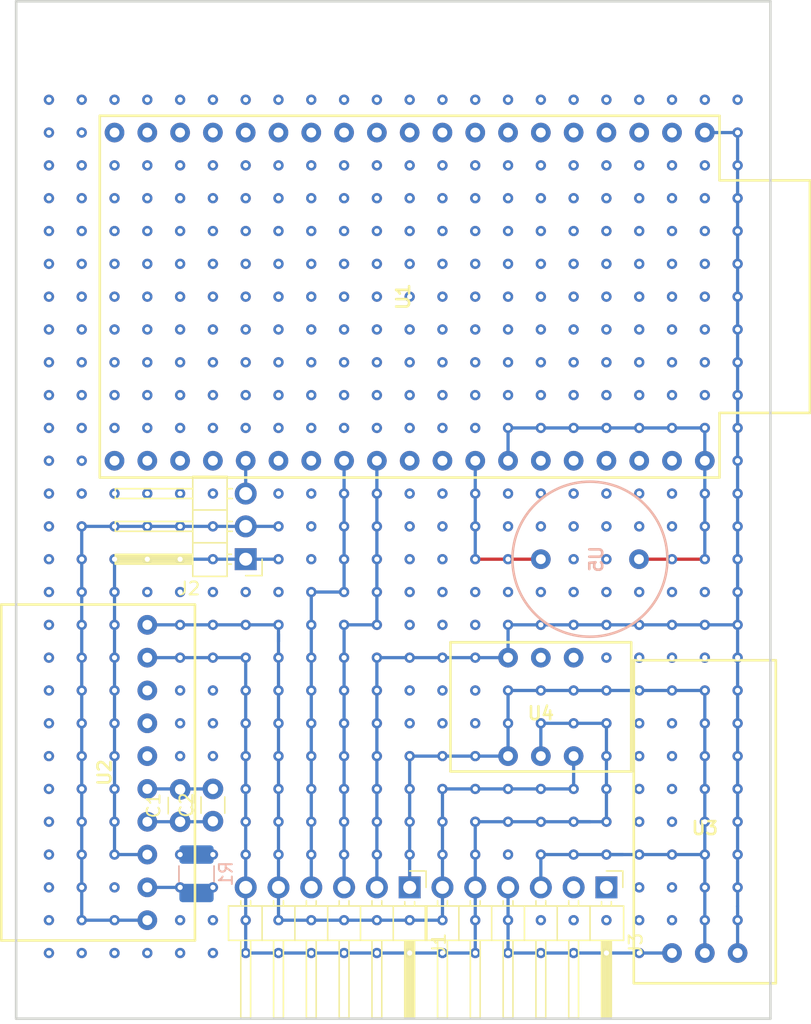
<source format=kicad_pcb>
(kicad_pcb (version 20211014) (generator pcbnew)
  (layers (0 "F.Cu" signal) (31 "B.Cu" signal) (34 "B.Paste" user) (35 "F.Paste" user) (36 "B.SilkS" user "B.Silkscreen") (37 "F.SilkS" user "F.Silkscreen") (38 "B.Mask" user) (39 "F.Mask" user) (44 "Edge.Cuts" user))
  (net 0 "")
  (net 1 "Net-(U1-Pad2)")
  (net 2 "Net-(U1-Pad3)")
  (net 3 "Net-(U1-Pad4)")
  (net 4 "Net-(U1-Pad5)")
  (net 5 "Net-(U1-Pad6)")
  (net 6 "Net-(U1-Pad7)")
  (net 7 "Net-(U1-Pad8)")
  (net 8 "Net-(U1-Pad9)")
  (net 9 "Net-(U1-Pad10)")
  (net 10 "Net-(U1-Pad11)")
  (net 11 "Net-(U1-Pad12)")
  (net 12 "Net-(U1-Pad13)")
  (net 13 "Net-(U1-Pad14)")
  (net 14 "Net-(U1-Pad15)")
  (net 15 "Net-(U1-Pad16)")
  (net 16 "Net-(U1-Pad17)")
  (net 17 "Net-(U1-Pad18)")
  (net 18 "Net-(U1-Pad19)")
  (net 19 "Net-(U1-Pad20)")
  (net 20 "Net-(U1-Pad21)")
  (net 21 "Net-(U1-Pad22)")
  (net 22 "Net-(U1-Pad25)")
  (net 23 "Net-(U1-Pad26)")
  (net 24 "Net-(U1-Pad29)")
  (net 25 "Net-(U1-Pad30)")
  (net 26 "Net-(U1-Pad33)")
  (net 27 "Net-(U1-Pad34)")
  (net 28 "Net-(U1-Pad35)")
  (net 29 "Net-(U1-Pad36)")
  (net 30 "Net-(U1-Pad37)")
  (net 31 "Net-(U2-Pad6)")
  (net 32 "Net-(U2-Pad7)")
  (net 33 "Net-(U2-Pad8)")
  (net 34 "Net-(U4-Pad4)")
  (net 35 "Net-(U4-Pad5)")
  (net 36 "OUT1")
  (net 37 "OUT2")
  (net 38 "GND")
  (net 39 "+3V3")
  (net 40 "SDA")
  (net 41 "SCL")
  (net 42 "ESP32_GPIO")
  (net 43 "TO_ESP32_RXD")
  (net 44 "FROM_ESP32_TXD")
  (net 45 "+4V")
  (net 46 "Buzzer")
  (net 47 "Net-(J3-Pad1)")
  (net 48 "Net-(U1-Pad23)")
  (net 49 "Net-(R1-Pad1)")
  (footprint "RSP-01:DRV8830" (layer "F.Cu") (at 107.95 105.41 90)
    (fp_text reference "U2")
    (fp_text value "DRV8830")
  )
  (footprint "RSP-01:LXDC55" (layer "F.Cu") (at 154.94 109.22)
    (fp_text reference "U3")
    (fp_text value "LXDC55")
  )
  (footprint "Capacitor_THT:C_Disc_D3.0mm_W1.6mm_P2.50mm" (layer "F.Cu") (at 114.3 109.22 90)
    (fp_text reference "C1")
    (fp_text value "0.1uF")
  )
  (footprint "Connector_PinHeader_2.54mm:PinHeader_1x06_P2.54mm_Horizontal" (layer "F.Cu") (at 132.08 114.3 -90)
    (fp_text reference "J1")
    (fp_text value "Conn_01x06")
  )
  (footprint "Connector_PinHeader_2.54mm:PinHeader_1x06_P2.54mm_Horizontal" (layer "F.Cu") (at 147.32 114.3 -90)
    (fp_text reference "J3")
    (fp_text value "Conn_01x06")
  )
  (footprint "RSP-01:BMX055" (layer "F.Cu") (at 142.24 100.33)
    (fp_text reference "U4")
    (fp_text value "BMX055")
  )
  (footprint "Connector_PinHeader_2.54mm:PinHeader_1x03_P2.54mm_Horizontal" (layer "F.Cu") (at 119.38 88.9 180)
    (fp_text reference "J2")
    (fp_text value "Conn_01x03")
  )
  (footprint "RSP-01:ESP32" (layer "F.Cu") (at 132.08 68.58 -90)
    (fp_text reference "U1")
    (fp_text value "ESP32")
  )
  (footprint "Capacitor_THT:C_Disc_D3.0mm_W1.6mm_P2.50mm" (layer "F.Cu") (at 116.84 109.18 90)
    (fp_text reference "C2")
    (fp_text value "10uF")
  )
  (footprint "RSP-01:Buzzer" (layer "B.Cu") (at 146.04 88.9 -90)
    (fp_text reference "U5")
    (fp_text value "Buzzer")
  )
  (footprint "Resistor_SMD:R_1210_3225Metric_Pad1.42x2.65mm_HandSolder" (layer "B.Cu") (at 115.57 113.2475 90)
    (fp_text reference "R1")
    (fp_text value "0.24")
  )
  (gr_line (start 101.6 124.46) (end 160.02 124.46) (layer "Edge.Cuts") (width 0.2))
  (gr_line (start 160.02 45.72) (end 101.6 45.72) (layer "Edge.Cuts") (width 0.2))
  (gr_line (start 101.6 45.72) (end 101.6 124.46) (layer "Edge.Cuts") (width 0.2))
  (gr_line (start 160.02 124.46) (end 160.02 45.72) (layer "Edge.Cuts") (width 0.2))
  (via (at 121.92 53.34) (size 0.8) (drill 0.4) (layers "F.Cu" "B.Cu") (net 0))
  (via (at 127 53.34) (size 0.8) (drill 0.4) (layers "F.Cu" "B.Cu") (net 0))
  (via (at 119.38 53.34) (size 0.8) (drill 0.4) (layers "F.Cu" "B.Cu") (net 0))
  (via (at 124.46 53.34) (size 0.8) (drill 0.4) (layers "F.Cu" "B.Cu") (net 0))
  (via (at 116.84 53.34) (size 0.8) (drill 0.4) (layers "F.Cu" "B.Cu") (net 0))
  (via (at 147.32 53.34) (size 0.8) (drill 0.4) (layers "F.Cu" "B.Cu") (net 0))
  (via (at 134.62 53.34) (size 0.8) (drill 0.4) (layers "F.Cu" "B.Cu") (net 0))
  (via (at 139.7 53.34) (size 0.8) (drill 0.4) (layers "F.Cu" "B.Cu") (net 0))
  (via (at 149.86 53.34) (size 0.8) (drill 0.4) (layers "F.Cu" "B.Cu") (net 0))
  (via (at 142.24 53.34) (size 0.8) (drill 0.4) (layers "F.Cu" "B.Cu") (net 0))
  (via (at 132.08 53.34) (size 0.8) (drill 0.4) (layers "F.Cu" "B.Cu") (net 0))
  (via (at 144.78 53.34) (size 0.8) (drill 0.4) (layers "F.Cu" "B.Cu") (net 0))
  (via (at 152.4 53.34) (size 0.8) (drill 0.4) (layers "F.Cu" "B.Cu") (net 0))
  (via (at 137.16 53.34) (size 0.8) (drill 0.4) (layers "F.Cu" "B.Cu") (net 0))
  (via (at 129.54 53.34) (size 0.8) (drill 0.4) (layers "F.Cu" "B.Cu") (net 0))
  (via (at 154.94 53.34) (size 0.8) (drill 0.4) (layers "F.Cu" "B.Cu") (net 0))
  (via (at 157.48 53.34) (size 0.8) (drill 0.4) (layers "F.Cu" "B.Cu") (net 0))
  (via (at 106.68 55.88) (size 0.8) (drill 0.4) (layers "F.Cu" "B.Cu") (net 0))
  (via (at 104.14 55.88) (size 0.8) (drill 0.4) (layers "F.Cu" "B.Cu") (net 0))
  (via (at 139.7 58.42) (size 0.8) (drill 0.4) (layers "F.Cu" "B.Cu") (net 0))
  (via (at 152.4 58.42) (size 0.8) (drill 0.4) (layers "F.Cu" "B.Cu") (net 0))
  (via (at 149.86 58.42) (size 0.8) (drill 0.4) (layers "F.Cu" "B.Cu") (net 0))
  (via (at 154.94 58.42) (size 0.8) (drill 0.4) (layers "F.Cu" "B.Cu") (net 0))
  (via (at 132.08 58.42) (size 0.8) (drill 0.4) (layers "F.Cu" "B.Cu") (net 0))
  (via (at 142.24 58.42) (size 0.8) (drill 0.4) (layers "F.Cu" "B.Cu") (net 0))
  (via (at 109.22 58.42) (size 0.8) (drill 0.4) (layers "F.Cu" "B.Cu") (net 0))
  (via (at 134.62 58.42) (size 0.8) (drill 0.4) (layers "F.Cu" "B.Cu") (net 0))
  (via (at 127 58.42) (size 0.8) (drill 0.4) (layers "F.Cu" "B.Cu") (net 0))
  (via (at 137.16 58.42) (size 0.8) (drill 0.4) (layers "F.Cu" "B.Cu") (net 0))
  (via (at 104.14 58.42) (size 0.8) (drill 0.4) (layers "F.Cu" "B.Cu") (net 0))
  (via (at 119.38 58.42) (size 0.8) (drill 0.4) (layers "F.Cu" "B.Cu") (net 0))
  (via (at 124.46 58.42) (size 0.8) (drill 0.4) (layers "F.Cu" "B.Cu") (net 0))
  (via (at 114.3 58.42) (size 0.8) (drill 0.4) (layers "F.Cu" "B.Cu") (net 0))
  (via (at 144.78 58.42) (size 0.8) (drill 0.4) (layers "F.Cu" "B.Cu") (net 0))
  (via (at 129.54 58.42) (size 0.8) (drill 0.4) (layers "F.Cu" "B.Cu") (net 0))
  (via (at 121.92 58.42) (size 0.8) (drill 0.4) (layers "F.Cu" "B.Cu") (net 0))
  (via (at 116.84 58.42) (size 0.8) (drill 0.4) (layers "F.Cu" "B.Cu") (net 0))
  (via (at 106.68 58.42) (size 0.8) (drill 0.4) (layers "F.Cu" "B.Cu") (net 0))
  (via (at 147.32 58.42) (size 0.8) (drill 0.4) (layers "F.Cu" "B.Cu") (net 0))
  (via (at 111.76 58.42) (size 0.8) (drill 0.4) (layers "F.Cu" "B.Cu") (net 0))
  (via (at 121.92 60.96) (size 0.8) (drill 0.4) (layers "F.Cu" "B.Cu") (net 0))
  (via (at 147.32 60.96) (size 0.8) (drill 0.4) (layers "F.Cu" "B.Cu") (net 0))
  (via (at 152.4 60.96) (size 0.8) (drill 0.4) (layers "F.Cu" "B.Cu") (net 0))
  (via (at 104.14 60.96) (size 0.8) (drill 0.4) (layers "F.Cu" "B.Cu") (net 0))
  (via (at 114.3 60.96) (size 0.8) (drill 0.4) (layers "F.Cu" "B.Cu") (net 0))
  (via (at 124.46 60.96) (size 0.8) (drill 0.4) (layers "F.Cu" "B.Cu") (net 0))
  (via (at 106.68 60.96) (size 0.8) (drill 0.4) (layers "F.Cu" "B.Cu") (net 0))
  (via (at 132.08 60.96) (size 0.8) (drill 0.4) (layers "F.Cu" "B.Cu") (net 0))
  (via (at 109.22 60.96) (size 0.8) (drill 0.4) (layers "F.Cu" "B.Cu") (net 0))
  (via (at 154.94 60.96) (size 0.8) (drill 0.4) (layers "F.Cu" "B.Cu") (net 0))
  (via (at 111.76 60.96) (size 0.8) (drill 0.4) (layers "F.Cu" "B.Cu") (net 0))
  (via (at 149.86 60.96) (size 0.8) (drill 0.4) (layers "F.Cu" "B.Cu") (net 0))
  (via (at 137.16 60.96) (size 0.8) (drill 0.4) (layers "F.Cu" "B.Cu") (net 0))
  (via (at 142.24 60.96) (size 0.8) (drill 0.4) (layers "F.Cu" "B.Cu") (net 0))
  (via (at 127 60.96) (size 0.8) (drill 0.4) (layers "F.Cu" "B.Cu") (net 0))
  (via (at 119.38 60.96) (size 0.8) (drill 0.4) (layers "F.Cu" "B.Cu") (net 0))
  (via (at 139.7 60.96) (size 0.8) (drill 0.4) (layers "F.Cu" "B.Cu") (net 0))
  (via (at 134.62 60.96) (size 0.8) (drill 0.4) (layers "F.Cu" "B.Cu") (net 0))
  (via (at 144.78 60.96) (size 0.8) (drill 0.4) (layers "F.Cu" "B.Cu") (net 0))
  (via (at 129.54 60.96) (size 0.8) (drill 0.4) (layers "F.Cu" "B.Cu") (net 0))
  (via (at 116.84 60.96) (size 0.8) (drill 0.4) (layers "F.Cu" "B.Cu") (net 0))
  (via (at 139.7 63.5) (size 0.8) (drill 0.4) (layers "F.Cu" "B.Cu") (net 0))
  (via (at 129.54 63.5) (size 0.8) (drill 0.4) (layers "F.Cu" "B.Cu") (net 0))
  (via (at 121.92 63.5) (size 0.8) (drill 0.4) (layers "F.Cu" "B.Cu") (net 0))
  (via (at 124.46 63.5) (size 0.8) (drill 0.4) (layers "F.Cu" "B.Cu") (net 0))
  (via (at 154.94 63.5) (size 0.8) (drill 0.4) (layers "F.Cu" "B.Cu") (net 0))
  (via (at 119.38 63.5) (size 0.8) (drill 0.4) (layers "F.Cu" "B.Cu") (net 0))
  (via (at 127 63.5) (size 0.8) (drill 0.4) (layers "F.Cu" "B.Cu") (net 0))
  (via (at 111.76 63.5) (size 0.8) (drill 0.4) (layers "F.Cu" "B.Cu") (net 0))
  (via (at 109.22 63.5) (size 0.8) (drill 0.4) (layers "F.Cu" "B.Cu") (net 0))
  (via (at 147.32 63.5) (size 0.8) (drill 0.4) (layers "F.Cu" "B.Cu") (net 0))
  (via (at 144.78 63.5) (size 0.8) (drill 0.4) (layers "F.Cu" "B.Cu") (net 0))
  (via (at 116.84 63.5) (size 0.8) (drill 0.4) (layers "F.Cu" "B.Cu") (net 0))
  (via (at 104.14 63.5) (size 0.8) (drill 0.4) (layers "F.Cu" "B.Cu") (net 0))
  (via (at 142.24 63.5) (size 0.8) (drill 0.4) (layers "F.Cu" "B.Cu") (net 0))
  (via (at 149.86 63.5) (size 0.8) (drill 0.4) (layers "F.Cu" "B.Cu") (net 0))
  (via (at 132.08 63.5) (size 0.8) (drill 0.4) (layers "F.Cu" "B.Cu") (net 0))
  (via (at 106.68 63.5) (size 0.8) (drill 0.4) (layers "F.Cu" "B.Cu") (net 0))
  (via (at 134.62 63.5) (size 0.8) (drill 0.4) (layers "F.Cu" "B.Cu") (net 0))
  (via (at 152.4 63.5) (size 0.8) (drill 0.4) (layers "F.Cu" "B.Cu") (net 0))
  (via (at 114.3 63.5) (size 0.8) (drill 0.4) (layers "F.Cu" "B.Cu") (net 0))
  (via (at 137.16 63.5) (size 0.8) (drill 0.4) (layers "F.Cu" "B.Cu") (net 0))
  (via (at 144.78 66.04) (size 0.8) (drill 0.4) (layers "F.Cu" "B.Cu") (net 0))
  (via (at 142.24 66.04) (size 0.8) (drill 0.4) (layers "F.Cu" "B.Cu") (net 0))
  (via (at 139.7 66.04) (size 0.8) (drill 0.4) (layers "F.Cu" "B.Cu") (net 0))
  (via (at 121.92 66.04) (size 0.8) (drill 0.4) (layers "F.Cu" "B.Cu") (net 0))
  (via (at 109.22 66.04) (size 0.8) (drill 0.4) (layers "F.Cu" "B.Cu") (net 0))
  (via (at 114.3 66.04) (size 0.8) (drill 0.4) (layers "F.Cu" "B.Cu") (net 0))
  (via (at 124.46 66.04) (size 0.8) (drill 0.4) (layers "F.Cu" "B.Cu") (net 0))
  (via (at 116.84 66.04) (size 0.8) (drill 0.4) (layers "F.Cu" "B.Cu") (net 0))
  (via (at 106.68 66.04) (size 0.8) (drill 0.4) (layers "F.Cu" "B.Cu") (net 0))
  (via (at 119.38 66.04) (size 0.8) (drill 0.4) (layers "F.Cu" "B.Cu") (net 0))
  (via (at 147.32 66.04) (size 0.8) (drill 0.4) (layers "F.Cu" "B.Cu") (net 0))
  (via (at 149.86 66.04) (size 0.8) (drill 0.4) (layers "F.Cu" "B.Cu") (net 0))
  (via (at 132.08 66.04) (size 0.8) (drill 0.4) (layers "F.Cu" "B.Cu") (net 0))
  (via (at 127 66.04) (size 0.8) (drill 0.4) (layers "F.Cu" "B.Cu") (net 0))
  (via (at 152.4 66.04) (size 0.8) (drill 0.4) (layers "F.Cu" "B.Cu") (net 0))
  (via (at 129.54 66.04) (size 0.8) (drill 0.4) (layers "F.Cu" "B.Cu") (net 0))
  (via (at 111.76 66.04) (size 0.8) (drill 0.4) (layers "F.Cu" "B.Cu") (net 0))
  (via (at 134.62 66.04) (size 0.8) (drill 0.4) (layers "F.Cu" "B.Cu") (net 0))
  (via (at 137.16 66.04) (size 0.8) (drill 0.4) (layers "F.Cu" "B.Cu") (net 0))
  (via (at 104.14 66.04) (size 0.8) (drill 0.4) (layers "F.Cu" "B.Cu") (net 0))
  (via (at 121.92 71.12) (size 0.8) (drill 0.4) (layers "F.Cu" "B.Cu") (net 0))
  (via (at 147.32 71.12) (size 0.8) (drill 0.4) (layers "F.Cu" "B.Cu") (net 0))
  (via (at 152.4 71.12) (size 0.8) (drill 0.4) (layers "F.Cu" "B.Cu") (net 0))
  (via (at 104.14 71.12) (size 0.8) (drill 0.4) (layers "F.Cu" "B.Cu") (net 0))
  (via (at 114.3 71.12) (size 0.8) (drill 0.4) (layers "F.Cu" "B.Cu") (net 0))
  (via (at 124.46 71.12) (size 0.8) (drill 0.4) (layers "F.Cu" "B.Cu") (net 0))
  (via (at 106.68 71.12) (size 0.8) (drill 0.4) (layers "F.Cu" "B.Cu") (net 0))
  (via (at 132.08 71.12) (size 0.8) (drill 0.4) (layers "F.Cu" "B.Cu") (net 0))
  (via (at 109.22 71.12) (size 0.8) (drill 0.4) (layers "F.Cu" "B.Cu") (net 0))
  (via (at 154.94 71.12) (size 0.8) (drill 0.4) (layers "F.Cu" "B.Cu") (net 0))
  (via (at 111.76 71.12) (size 0.8) (drill 0.4) (layers "F.Cu" "B.Cu") (net 0))
  (via (at 149.86 71.12) (size 0.8) (drill 0.4) (layers "F.Cu" "B.Cu") (net 0))
  (via (at 137.16 71.12) (size 0.8) (drill 0.4) (layers "F.Cu" "B.Cu") (net 0))
  (via (at 142.24 71.12) (size 0.8) (drill 0.4) (layers "F.Cu" "B.Cu") (net 0))
  (via (at 127 71.12) (size 0.8) (drill 0.4) (layers "F.Cu" "B.Cu") (net 0))
  (via (at 119.38 71.12) (size 0.8) (drill 0.4) (layers "F.Cu" "B.Cu") (net 0))
  (via (at 139.7 71.12) (size 0.8) (drill 0.4) (layers "F.Cu" "B.Cu") (net 0))
  (via (at 134.62 71.12) (size 0.8) (drill 0.4) (layers "F.Cu" "B.Cu") (net 0))
  (via (at 144.78 71.12) (size 0.8) (drill 0.4) (layers "F.Cu" "B.Cu") (net 0))
  (via (at 129.54 71.12) (size 0.8) (drill 0.4) (layers "F.Cu" "B.Cu") (net 0))
  (via (at 116.84 71.12) (size 0.8) (drill 0.4) (layers "F.Cu" "B.Cu") (net 0))
  (via (at 139.7 68.58) (size 0.8) (drill 0.4) (layers "F.Cu" "B.Cu") (net 0))
  (via (at 152.4 68.58) (size 0.8) (drill 0.4) (layers "F.Cu" "B.Cu") (net 0))
  (via (at 149.86 68.58) (size 0.8) (drill 0.4) (layers "F.Cu" "B.Cu") (net 0))
  (via (at 154.94 68.58) (size 0.8) (drill 0.4) (layers "F.Cu" "B.Cu") (net 0))
  (via (at 132.08 68.58) (size 0.8) (drill 0.4) (layers "F.Cu" "B.Cu") (net 0))
  (via (at 142.24 68.58) (size 0.8) (drill 0.4) (layers "F.Cu" "B.Cu") (net 0))
  (via (at 109.22 68.58) (size 0.8) (drill 0.4) (layers "F.Cu" "B.Cu") (net 0))
  (via (at 134.62 68.58) (size 0.8) (drill 0.4) (layers "F.Cu" "B.Cu") (net 0))
  (via (at 154.94 66.04) (size 0.8) (drill 0.4) (layers "F.Cu" "B.Cu") (net 0))
  (via (at 127 68.58) (size 0.8) (drill 0.4) (layers "F.Cu" "B.Cu") (net 0))
  (via (at 137.16 68.58) (size 0.8) (drill 0.4) (layers "F.Cu" "B.Cu") (net 0))
  (via (at 104.14 68.58) (size 0.8) (drill 0.4) (layers "F.Cu" "B.Cu") (net 0))
  (via (at 119.38 68.58) (size 0.8) (drill 0.4) (layers "F.Cu" "B.Cu") (net 0))
  (via (at 124.46 68.58) (size 0.8) (drill 0.4) (layers "F.Cu" "B.Cu") (net 0))
  (via (at 114.3 68.58) (size 0.8) (drill 0.4) (layers "F.Cu" "B.Cu") (net 0))
  (via (at 144.78 68.58) (size 0.8) (drill 0.4) (layers "F.Cu" "B.Cu") (net 0))
  (via (at 129.54 68.58) (size 0.8) (drill 0.4) (layers "F.Cu" "B.Cu") (net 0))
  (via (at 121.92 68.58) (size 0.8) (drill 0.4) (layers "F.Cu" "B.Cu") (net 0))
  (via (at 116.84 68.58) (size 0.8) (drill 0.4) (layers "F.Cu" "B.Cu") (net 0))
  (via (at 106.68 68.58) (size 0.8) (drill 0.4) (layers "F.Cu" "B.Cu") (net 0))
  (via (at 147.32 68.58) (size 0.8) (drill 0.4) (layers "F.Cu" "B.Cu") (net 0))
  (via (at 111.76 68.58) (size 0.8) (drill 0.4) (layers "F.Cu" "B.Cu") (net 0))
  (via (at 139.7 73.66) (size 0.8) (drill 0.4) (layers "F.Cu" "B.Cu") (net 0))
  (via (at 129.54 73.66) (size 0.8) (drill 0.4) (layers "F.Cu" "B.Cu") (net 0))
  (via (at 121.92 73.66) (size 0.8) (drill 0.4) (layers "F.Cu" "B.Cu") (net 0))
  (via (at 124.46 73.66) (size 0.8) (drill 0.4) (layers "F.Cu" "B.Cu") (net 0))
  (via (at 127 76.2) (size 0.8) (drill 0.4) (layers "F.Cu" "B.Cu") (net 0))
  (via (at 109.22 76.2) (size 0.8) (drill 0.4) (layers "F.Cu" "B.Cu") (net 0))
  (via (at 154.94 73.66) (size 0.8) (drill 0.4) (layers "F.Cu" "B.Cu") (net 0))
  (via (at 147.32 76.2) (size 0.8) (drill 0.4) (layers "F.Cu" "B.Cu") (net 0))
  (via (at 119.38 73.66) (size 0.8) (drill 0.4) (layers "F.Cu" "B.Cu") (net 0))
  (via (at 144.78 76.2) (size 0.8) (drill 0.4) (layers "F.Cu" "B.Cu") (net 0))
  (via (at 127 73.66) (size 0.8) (drill 0.4) (layers "F.Cu" "B.Cu") (net 0))
  (via (at 154.94 76.2) (size 0.8) (drill 0.4) (layers "F.Cu" "B.Cu") (net 0))
  (via (at 111.76 73.66) (size 0.8) (drill 0.4) (layers "F.Cu" "B.Cu") (net 0))
  (via (at 109.22 73.66) (size 0.8) (drill 0.4) (layers "F.Cu" "B.Cu") (net 0))
  (via (at 121.92 76.2) (size 0.8) (drill 0.4) (layers "F.Cu" "B.Cu") (net 0))
  (via (at 116.84 76.2) (size 0.8) (drill 0.4) (layers "F.Cu" "B.Cu") (net 0))
  (via (at 147.32 73.66) (size 0.8) (drill 0.4) (layers "F.Cu" "B.Cu") (net 0))
  (via (at 129.54 76.2) (size 0.8) (drill 0.4) (layers "F.Cu" "B.Cu") (net 0))
  (via (at 111.76 76.2) (size 0.8) (drill 0.4) (layers "F.Cu" "B.Cu") (net 0))
  (via (at 142.24 76.2) (size 0.8) (drill 0.4) (layers "F.Cu" "B.Cu") (net 0))
  (via (at 149.86 76.2) (size 0.8) (drill 0.4) (layers "F.Cu" "B.Cu") (net 0))
  (via (at 132.08 76.2) (size 0.8) (drill 0.4) (layers "F.Cu" "B.Cu") (net 0))
  (via (at 106.68 76.2) (size 0.8) (drill 0.4) (layers "F.Cu" "B.Cu") (net 0))
  (via (at 144.78 73.66) (size 0.8) (drill 0.4) (layers "F.Cu" "B.Cu") (net 0))
  (via (at 116.84 73.66) (size 0.8) (drill 0.4) (layers "F.Cu" "B.Cu") (net 0))
  (via (at 134.62 76.2) (size 0.8) (drill 0.4) (layers "F.Cu" "B.Cu") (net 0))
  (via (at 152.4 76.2) (size 0.8) (drill 0.4) (layers "F.Cu" "B.Cu") (net 0))
  (via (at 137.16 76.2) (size 0.8) (drill 0.4) (layers "F.Cu" "B.Cu") (net 0))
  (via (at 119.38 76.2) (size 0.8) (drill 0.4) (layers "F.Cu" "B.Cu") (net 0))
  (via (at 104.14 73.66) (size 0.8) (drill 0.4) (layers "F.Cu" "B.Cu") (net 0))
  (via (at 142.24 73.66) (size 0.8) (drill 0.4) (layers "F.Cu" "B.Cu") (net 0))
  (via (at 149.86 73.66) (size 0.8) (drill 0.4) (layers "F.Cu" "B.Cu") (net 0))
  (via (at 132.08 73.66) (size 0.8) (drill 0.4) (layers "F.Cu" "B.Cu") (net 0))
  (via (at 106.68 73.66) (size 0.8) (drill 0.4) (layers "F.Cu" "B.Cu") (net 0))
  (via (at 134.62 73.66) (size 0.8) (drill 0.4) (layers "F.Cu" "B.Cu") (net 0))
  (via (at 104.14 76.2) (size 0.8) (drill 0.4) (layers "F.Cu" "B.Cu") (net 0))
  (via (at 114.3 76.2) (size 0.8) (drill 0.4) (layers "F.Cu" "B.Cu") (net 0))
  (via (at 124.46 76.2) (size 0.8) (drill 0.4) (layers "F.Cu" "B.Cu") (net 0))
  (via (at 152.4 73.66) (size 0.8) (drill 0.4) (layers "F.Cu" "B.Cu") (net 0))
  (via (at 139.7 76.2) (size 0.8) (drill 0.4) (layers "F.Cu" "B.Cu") (net 0))
  (via (at 114.3 73.66) (size 0.8) (drill 0.4) (layers "F.Cu" "B.Cu") (net 0))
  (via (at 137.16 73.66) (size 0.8) (drill 0.4) (layers "F.Cu" "B.Cu") (net 0))
  (via (at 121.92 78.74) (size 0.8) (drill 0.4) (layers "F.Cu" "B.Cu") (net 0))
  (via (at 109.22 78.74) (size 0.8) (drill 0.4) (layers "F.Cu" "B.Cu") (net 0))
  (via (at 114.3 78.74) (size 0.8) (drill 0.4) (layers "F.Cu" "B.Cu") (net 0))
  (via (at 124.46 78.74) (size 0.8) (drill 0.4) (layers "F.Cu" "B.Cu") (net 0))
  (via (at 116.84 78.74) (size 0.8) (drill 0.4) (layers "F.Cu" "B.Cu") (net 0))
  (via (at 106.68 78.74) (size 0.8) (drill 0.4) (layers "F.Cu" "B.Cu") (net 0))
  (via (at 119.38 78.74) (size 0.8) (drill 0.4) (layers "F.Cu" "B.Cu") (net 0))
  (via (at 132.08 78.74) (size 0.8) (drill 0.4) (layers "F.Cu" "B.Cu") (net 0))
  (via (at 127 78.74) (size 0.8) (drill 0.4) (layers "F.Cu" "B.Cu") (net 0))
  (via (at 129.54 78.74) (size 0.8) (drill 0.4) (layers "F.Cu" "B.Cu") (net 0))
  (via (at 111.76 78.74) (size 0.8) (drill 0.4) (layers "F.Cu" "B.Cu") (net 0))
  (via (at 134.62 78.74) (size 0.8) (drill 0.4) (layers "F.Cu" "B.Cu") (net 0))
  (via (at 137.16 78.74) (size 0.8) (drill 0.4) (layers "F.Cu" "B.Cu") (net 0))
  (via (at 104.14 78.74) (size 0.8) (drill 0.4) (layers "F.Cu" "B.Cu") (net 0))
  (via (at 114.3 99.06) (size 0.8) (drill 0.4) (layers "F.Cu" "B.Cu") (net 0))
  (via (at 104.14 99.06) (size 0.8) (drill 0.4) (layers "F.Cu" "B.Cu") (net 0))
  (via (at 149.86 101.6) (size 0.8) (drill 0.4) (layers "F.Cu" "B.Cu") (net 0))
  (via (at 132.08 101.6) (size 0.8) (drill 0.4) (layers "F.Cu" "B.Cu") (net 0))
  (via (at 152.4 101.6) (size 0.8) (drill 0.4) (layers "F.Cu" "B.Cu") (net 0))
  (via (at 134.62 99.06) (size 0.8) (drill 0.4) (layers "F.Cu" "B.Cu") (net 0))
  (via (at 114.3 101.6) (size 0.8) (drill 0.4) (layers "F.Cu" "B.Cu") (net 0))
  (via (at 116.84 99.06) (size 0.8) (drill 0.4) (layers "F.Cu" "B.Cu") (net 0))
  (via (at 137.16 99.06) (size 0.8) (drill 0.4) (layers "F.Cu" "B.Cu") (net 0))
  (via (at 137.16 101.6) (size 0.8) (drill 0.4) (layers "F.Cu" "B.Cu") (net 0))
  (via (at 132.08 99.06) (size 0.8) (drill 0.4) (layers "F.Cu" "B.Cu") (net 0))
  (via (at 116.84 101.6) (size 0.8) (drill 0.4) (layers "F.Cu" "B.Cu") (net 0))
  (via (at 134.62 101.6) (size 0.8) (drill 0.4) (layers "F.Cu" "B.Cu") (net 0))
  (via (at 104.14 101.6) (size 0.8) (drill 0.4) (layers "F.Cu" "B.Cu") (net 0))
  (via (at 121.92 83.82) (size 0.8) (drill 0.4) (layers "F.Cu" "B.Cu") (net 0))
  (via (at 147.32 83.82) (size 0.8) (drill 0.4) (layers "F.Cu" "B.Cu") (net 0))
  (via (at 152.4 83.82) (size 0.8) (drill 0.4) (layers "F.Cu" "B.Cu") (net 0))
  (via (at 104.14 83.82) (size 0.8) (drill 0.4) (layers "F.Cu" "B.Cu") (net 0))
  (via (at 114.3 83.82) (size 0.8) (drill 0.4) (layers "F.Cu" "B.Cu") (net 0))
  (via (at 124.46 83.82) (size 0.8) (drill 0.4) (layers "F.Cu" "B.Cu") (net 0))
  (via (at 106.68 83.82) (size 0.8) (drill 0.4) (layers "F.Cu" "B.Cu") (net 0))
  (via (at 132.08 83.82) (size 0.8) (drill 0.4) (layers "F.Cu" "B.Cu") (net 0))
  (via (at 109.22 83.82) (size 0.8) (drill 0.4) (layers "F.Cu" "B.Cu") (net 0))
  (via (at 111.76 83.82) (size 0.8) (drill 0.4) (layers "F.Cu" "B.Cu") (net 0))
  (via (at 149.86 83.82) (size 0.8) (drill 0.4) (layers "F.Cu" "B.Cu") (net 0))
  (via (at 142.24 83.82) (size 0.8) (drill 0.4) (layers "F.Cu" "B.Cu") (net 0))
  (via (at 139.7 83.82) (size 0.8) (drill 0.4) (layers "F.Cu" "B.Cu") (net 0))
  (via (at 134.62 83.82) (size 0.8) (drill 0.4) (layers "F.Cu" "B.Cu") (net 0))
  (via (at 144.78 83.82) (size 0.8) (drill 0.4) (layers "F.Cu" "B.Cu") (net 0))
  (via (at 116.84 83.82) (size 0.8) (drill 0.4) (layers "F.Cu" "B.Cu") (net 0))
  (via (at 119.38 91.44) (size 0.8) (drill 0.4) (layers "F.Cu" "B.Cu") (net 0))
  (via (at 111.76 91.44) (size 0.8) (drill 0.4) (layers "F.Cu" "B.Cu") (net 0))
  (via (at 121.92 91.44) (size 0.8) (drill 0.4) (layers "F.Cu" "B.Cu") (net 0))
  (via (at 137.16 91.44) (size 0.8) (drill 0.4) (layers "F.Cu" "B.Cu") (net 0))
  (via (at 104.14 91.44) (size 0.8) (drill 0.4) (layers "F.Cu" "B.Cu") (net 0))
  (via (at 147.32 96.52) (size 0.8) (drill 0.4) (layers "F.Cu" "B.Cu") (net 0))
  (via (at 149.86 91.44) (size 0.8) (drill 0.4) (layers "F.Cu" "B.Cu") (net 0))
  (via (at 116.84 91.44) (size 0.8) (drill 0.4) (layers "F.Cu" "B.Cu") (net 0))
  (via (at 152.4 96.52) (size 0.8) (drill 0.4) (layers "F.Cu" "B.Cu") (net 0))
  (via (at 152.4 91.44) (size 0.8) (drill 0.4) (layers "F.Cu" "B.Cu") (net 0))
  (via (at 104.14 81.28) (size 0.8) (drill 0.4) (layers "F.Cu" "B.Cu") (net 0))
  (via (at 144.78 91.44) (size 0.8) (drill 0.4) (layers "F.Cu" "B.Cu") (net 0))
  (via (at 142.24 91.44) (size 0.8) (drill 0.4) (layers "F.Cu" "B.Cu") (net 0))
  (via (at 139.7 91.44) (size 0.8) (drill 0.4) (layers "F.Cu" "B.Cu") (net 0))
  (via (at 147.32 91.44) (size 0.8) (drill 0.4) (layers "F.Cu" "B.Cu") (net 0))
  (via (at 106.68 81.28) (size 0.8) (drill 0.4) (layers "F.Cu" "B.Cu") (net 0))
  (via (at 132.08 91.44) (size 0.8) (drill 0.4) (layers "F.Cu" "B.Cu") (net 0))
  (via (at 114.3 91.44) (size 0.8) (drill 0.4) (layers "F.Cu" "B.Cu") (net 0))
  (via (at 134.62 91.44) (size 0.8) (drill 0.4) (layers "F.Cu" "B.Cu") (net 0))
  (via (at 104.14 96.52) (size 0.8) (drill 0.4) (layers "F.Cu" "B.Cu") (net 0))
  (via (at 139.7 86.36) (size 0.8) (drill 0.4) (layers "F.Cu" "B.Cu") (net 0))
  (via (at 124.46 86.36) (size 0.8) (drill 0.4) (layers "F.Cu" "B.Cu") (net 0))
  (via (at 147.32 88.9) (size 0.8) (drill 0.4) (layers "F.Cu" "B.Cu") (net 0))
  (via (at 144.78 88.9) (size 0.8) (drill 0.4) (layers "F.Cu" "B.Cu") (net 0))
  (via (at 147.32 86.36) (size 0.8) (drill 0.4) (layers "F.Cu" "B.Cu") (net 0))
  (via (at 132.08 88.9) (size 0.8) (drill 0.4) (layers "F.Cu" "B.Cu") (net 0))
  (via (at 144.78 86.36) (size 0.8) (drill 0.4) (layers "F.Cu" "B.Cu") (net 0))
  (via (at 134.62 88.9) (size 0.8) (drill 0.4) (layers "F.Cu" "B.Cu") (net 0))
  (via (at 154.94 96.52) (size 0.8) (drill 0.4) (layers "F.Cu" "B.Cu") (net 0))
  (via (at 149.86 96.52) (size 0.8) (drill 0.4) (layers "F.Cu" "B.Cu") (net 0))
  (via (at 104.14 86.36) (size 0.8) (drill 0.4) (layers "F.Cu" "B.Cu") (net 0))
  (via (at 142.24 86.36) (size 0.8) (drill 0.4) (layers "F.Cu" "B.Cu") (net 0))
  (via (at 149.86 86.36) (size 0.8) (drill 0.4) (layers "F.Cu" "B.Cu") (net 0))
  (via (at 132.08 86.36) (size 0.8) (drill 0.4) (layers "F.Cu" "B.Cu") (net 0))
  (via (at 134.62 86.36) (size 0.8) (drill 0.4) (layers "F.Cu" "B.Cu") (net 0))
  (via (at 104.14 88.9) (size 0.8) (drill 0.4) (layers "F.Cu" "B.Cu") (net 0))
  (via (at 124.46 88.9) (size 0.8) (drill 0.4) (layers "F.Cu" "B.Cu") (net 0))
  (via (at 152.4 86.36) (size 0.8) (drill 0.4) (layers "F.Cu" "B.Cu") (net 0))
  (via (at 132.08 93.98) (size 0.8) (drill 0.4) (layers "F.Cu" "B.Cu") (net 0))
  (via (at 104.14 93.98) (size 0.8) (drill 0.4) (layers "F.Cu" "B.Cu") (net 0))
  (via (at 134.62 93.98) (size 0.8) (drill 0.4) (layers "F.Cu" "B.Cu") (net 0))
  (via (at 154.94 91.44) (size 0.8) (drill 0.4) (layers "F.Cu" "B.Cu") (net 0))
  (via (at 137.16 93.98) (size 0.8) (drill 0.4) (layers "F.Cu" "B.Cu") (net 0))
  (via (at 152.4 104.14) (size 0.8) (drill 0.4) (layers "F.Cu" "B.Cu") (net 0))
  (via (at 149.86 106.68) (size 0.8) (drill 0.4) (layers "F.Cu" "B.Cu") (net 0))
  (via (at 149.86 104.14) (size 0.8) (drill 0.4) (layers "F.Cu" "B.Cu") (net 0))
  (via (at 104.14 104.14) (size 0.8) (drill 0.4) (layers "F.Cu" "B.Cu") (net 0))
  (via (at 114.3 104.14) (size 0.8) (drill 0.4) (layers "F.Cu" "B.Cu") (net 0))
  (via (at 104.14 109.22) (size 0.8) (drill 0.4) (layers "F.Cu" "B.Cu") (net 0))
  (via (at 149.86 109.22) (size 0.8) (drill 0.4) (layers "F.Cu" "B.Cu") (net 0))
  (via (at 139.7 111.76) (size 0.8) (drill 0.4) (layers "F.Cu" "B.Cu") (net 0))
  (via (at 152.4 109.22) (size 0.8) (drill 0.4) (layers "F.Cu" "B.Cu") (net 0))
  (via (at 104.14 111.76) (size 0.8) (drill 0.4) (layers "F.Cu" "B.Cu") (net 0))
  (via (at 116.84 104.14) (size 0.8) (drill 0.4) (layers "F.Cu" "B.Cu") (net 0))
  (via (at 152.4 106.68) (size 0.8) (drill 0.4) (layers "F.Cu" "B.Cu") (net 0))
  (via (at 104.14 106.68) (size 0.8) (drill 0.4) (layers "F.Cu" "B.Cu") (net 0))
  (via (at 104.14 116.84) (size 0.8) (drill 0.4) (layers "F.Cu" "B.Cu") (net 0))
  (via (at 149.86 114.3) (size 0.8) (drill 0.4) (layers "F.Cu" "B.Cu") (net 0))
  (via (at 114.3 116.84) (size 0.8) (drill 0.4) (layers "F.Cu" "B.Cu") (net 0))
  (via (at 144.78 116.84) (size 0.8) (drill 0.4) (layers "F.Cu" "B.Cu") (net 0))
  (via (at 109.22 114.3) (size 0.8) (drill 0.4) (layers "F.Cu" "B.Cu") (net 0))
  (via (at 152.4 116.84) (size 0.8) (drill 0.4) (layers "F.Cu" "B.Cu") (net 0))
  (via (at 111.76 119.38) (size 0.8) (drill 0.4) (layers "F.Cu" "B.Cu") (net 0))
  (via (at 104.14 119.38) (size 0.8) (drill 0.4) (layers "F.Cu" "B.Cu") (net 0))
  (via (at 114.3 119.38) (size 0.8) (drill 0.4) (layers "F.Cu" "B.Cu") (net 0))
  (via (at 116.84 116.84) (size 0.8) (drill 0.4) (layers "F.Cu" "B.Cu") (net 0))
  (via (at 147.32 116.84) (size 0.8) (drill 0.4) (layers "F.Cu" "B.Cu") (net 0))
  (via (at 116.84 119.38) (size 0.8) (drill 0.4) (layers "F.Cu" "B.Cu") (net 0))
  (via (at 106.68 119.38) (size 0.8) (drill 0.4) (layers "F.Cu" "B.Cu") (net 0))
  (via (at 142.24 116.84) (size 0.8) (drill 0.4) (layers "F.Cu" "B.Cu") (net 0))
  (via (at 149.86 116.84) (size 0.8) (drill 0.4) (layers "F.Cu" "B.Cu") (net 0))
  (via (at 152.4 114.3) (size 0.8) (drill 0.4) (layers "F.Cu" "B.Cu") (net 0))
  (via (at 109.22 119.38) (size 0.8) (drill 0.4) (layers "F.Cu" "B.Cu") (net 0))
  (via (at 104.14 114.3) (size 0.8) (drill 0.4) (layers "F.Cu" "B.Cu") (net 0))
  (via (at 114.3 53.34) (size 0.8) (drill 0.4) (layers "F.Cu" "B.Cu") (net 0))
  (via (at 111.76 53.34) (size 0.8) (drill 0.4) (layers "F.Cu" "B.Cu") (net 0))
  (via (at 109.22 53.34) (size 0.8) (drill 0.4) (layers "F.Cu" "B.Cu") (net 0))
  (via (at 104.14 53.34) (size 0.8) (drill 0.4) (layers "F.Cu" "B.Cu") (net 0))
  (via (at 106.68 53.34) (size 0.8) (drill 0.4) (layers "F.Cu" "B.Cu") (net 0))
  (via (at 152.4 55.88) (size 0.8) (drill 0.4) (layers "F.Cu" "B.Cu") (net 1))
  (via (at 149.86 55.88) (size 0.8) (drill 0.4) (layers "F.Cu" "B.Cu") (net 2))
  (via (at 147.32 55.88) (size 0.8) (drill 0.4) (layers "F.Cu" "B.Cu") (net 3))
  (via (at 144.78 55.88) (size 0.8) (drill 0.4) (layers "F.Cu" "B.Cu") (net 4))
  (via (at 142.24 55.88) (size 0.8) (drill 0.4) (layers "F.Cu" "B.Cu") (net 5))
  (via (at 139.7 55.88) (size 0.8) (drill 0.4) (layers "F.Cu" "B.Cu") (net 6))
  (via (at 137.16 55.88) (size 0.8) (drill 0.4) (layers "F.Cu" "B.Cu") (net 7))
  (via (at 134.62 55.88) (size 0.8) (drill 0.4) (layers "F.Cu" "B.Cu") (net 8))
  (via (at 132.08 55.88) (size 0.8) (drill 0.4) (layers "F.Cu" "B.Cu") (net 9))
  (via (at 129.54 55.88) (size 0.8) (drill 0.4) (layers "F.Cu" "B.Cu") (net 10))
  (via (at 127 55.88) (size 0.8) (drill 0.4) (layers "F.Cu" "B.Cu") (net 11))
  (via (at 124.46 55.88) (size 0.8) (drill 0.4) (layers "F.Cu" "B.Cu") (net 12))
  (via (at 121.92 55.88) (size 0.8) (drill 0.4) (layers "F.Cu" "B.Cu") (net 13))
  (via (at 119.38 55.88) (size 0.8) (drill 0.4) (layers "F.Cu" "B.Cu") (net 14))
  (via (at 116.84 55.88) (size 0.8) (drill 0.4) (layers "F.Cu" "B.Cu") (net 15))
  (via (at 114.3 55.88) (size 0.8) (drill 0.4) (layers "F.Cu" "B.Cu") (net 16))
  (via (at 111.76 55.88) (size 0.8) (drill 0.4) (layers "F.Cu" "B.Cu") (net 17))
  (via (at 109.22 55.88) (size 0.8) (drill 0.4) (layers "F.Cu" "B.Cu") (net 18))
  (via (at 109.22 81.28) (size 0.8) (drill 0.4) (layers "F.Cu" "B.Cu") (net 19))
  (via (at 111.76 81.28) (size 0.8) (drill 0.4) (layers "F.Cu" "B.Cu") (net 20))
  (via (at 114.3 81.28) (size 0.8) (drill 0.4) (layers "F.Cu" "B.Cu") (net 21))
  (via (at 121.92 81.28) (size 0.8) (drill 0.4) (layers "F.Cu" "B.Cu") (net 22))
  (via (at 124.46 81.28) (size 0.8) (drill 0.4) (layers "F.Cu" "B.Cu") (net 23))
  (via (at 132.08 81.28) (size 0.8) (drill 0.4) (layers "F.Cu" "B.Cu") (net 24))
  (via (at 134.62 81.28) (size 0.8) (drill 0.4) (layers "F.Cu" "B.Cu") (net 25))
  (via (at 142.24 81.28) (size 0.8) (drill 0.4) (layers "F.Cu" "B.Cu") (net 26))
  (via (at 144.78 81.28) (size 0.8) (drill 0.4) (layers "F.Cu" "B.Cu") (net 27))
  (via (at 147.32 81.28) (size 0.8) (drill 0.4) (layers "F.Cu" "B.Cu") (net 28))
  (via (at 149.86 81.28) (size 0.8) (drill 0.4) (layers "F.Cu" "B.Cu") (net 29))
  (via (at 152.4 81.28) (size 0.8) (drill 0.4) (layers "F.Cu" "B.Cu") (net 30))
  (via (at 111.76 104.14) (size 0.8) (drill 0.4) (layers "F.Cu" "B.Cu") (net 31))
  (via (at 111.76 101.6) (size 0.8) (drill 0.4) (layers "F.Cu" "B.Cu") (net 32))
  (via (at 111.76 99.06) (size 0.8) (drill 0.4) (layers "F.Cu" "B.Cu") (net 33))
  (via (at 144.78 96.52) (size 0.8) (drill 0.4) (layers "F.Cu" "B.Cu") (net 34))
  (via (at 142.24 96.52) (size 0.8) (drill 0.4) (layers "F.Cu" "B.Cu") (net 35))
  (via (at 106.68 101.6) (size 0.8) (drill 0.4) (layers "F.Cu" "B.Cu") (net 36))
  (via (at 106.68 99.06) (size 0.8) (drill 0.4) (layers "F.Cu" "B.Cu") (net 36))
  (via (at 106.68 93.98) (size 0.8) (drill 0.4) (layers "F.Cu" "B.Cu") (net 36))
  (via (at 106.68 96.52) (size 0.8) (drill 0.4) (layers "F.Cu" "B.Cu") (net 36))
  (via (at 106.68 91.44) (size 0.8) (drill 0.4) (layers "F.Cu" "B.Cu") (net 36))
  (via (at 121.92 86.36) (size 0.8) (drill 0.4) (layers "F.Cu" "B.Cu") (net 36))
  (via (at 119.38 86.36) (size 0.8) (drill 0.4) (layers "F.Cu" "B.Cu") (net 36))
  (via (at 111.76 86.36) (size 0.8) (drill 0.4) (layers "F.Cu" "B.Cu") (net 36))
  (via (at 109.22 86.36) (size 0.8) (drill 0.4) (layers "F.Cu" "B.Cu") (net 36))
  (via (at 106.68 88.9) (size 0.8) (drill 0.4) (layers "F.Cu" "B.Cu") (net 36))
  (via (at 116.84 86.36) (size 0.8) (drill 0.4) (layers "F.Cu" "B.Cu") (net 36))
  (via (at 106.68 86.36) (size 0.8) (drill 0.4) (layers "F.Cu" "B.Cu") (net 36))
  (via (at 114.3 86.36) (size 0.8) (drill 0.4) (layers "F.Cu" "B.Cu") (net 36))
  (via (at 106.68 111.76) (size 0.8) (drill 0.4) (layers "F.Cu" "B.Cu") (net 36))
  (via (at 106.68 109.22) (size 0.8) (drill 0.4) (layers "F.Cu" "B.Cu") (net 36))
  (via (at 106.68 106.68) (size 0.8) (drill 0.4) (layers "F.Cu" "B.Cu") (net 36))
  (via (at 106.68 104.14) (size 0.8) (drill 0.4) (layers "F.Cu" "B.Cu") (net 36))
  (via (at 106.68 116.84) (size 0.8) (drill 0.4) (layers "F.Cu" "B.Cu") (net 36))
  (via (at 109.22 116.84) (size 0.8) (drill 0.4) (layers "F.Cu" "B.Cu") (net 36))
  (via (at 106.68 114.3) (size 0.8) (drill 0.4) (layers "F.Cu" "B.Cu") (net 36))
  (via (at 111.76 116.84) (size 0.8) (drill 0.4) (layers "F.Cu" "B.Cu") (net 36))
  (segment (start 119.38 86.36) (end 121.92 86.36) (width 0.25) (layer "B.Cu") (net 36))
  (segment (start 106.68 116.84) (end 111.76 116.84) (width 0.25) (layer "B.Cu") (net 36))
  (segment (start 106.68 114.3) (end 106.68 116.84) (width 0.25) (layer "B.Cu") (net 36))
  (segment (start 106.68 86.36) (end 106.68 114.3) (width 0.25) (layer "B.Cu") (net 36))
  (segment (start 119.38 86.36) (end 106.68 86.36) (width 0.25) (layer "B.Cu") (net 36))
  (via (at 109.22 101.6) (size 0.8) (drill 0.4) (layers "F.Cu" "B.Cu") (net 37))
  (via (at 109.22 99.06) (size 0.8) (drill 0.4) (layers "F.Cu" "B.Cu") (net 37))
  (via (at 109.22 91.44) (size 0.8) (drill 0.4) (layers "F.Cu" "B.Cu") (net 37))
  (via (at 109.22 88.9) (size 0.8) (drill 0.4) (layers "F.Cu" "B.Cu") (net 37))
  (via (at 121.92 88.9) (size 0.8) (drill 0.4) (layers "F.Cu" "B.Cu") (net 37))
  (via (at 116.84 88.9) (size 0.8) (drill 0.4) (layers "F.Cu" "B.Cu") (net 37))
  (via (at 111.76 88.9) (size 0.8) (drill 0.4) (layers "F.Cu" "B.Cu") (net 37))
  (via (at 109.22 96.52) (size 0.8) (drill 0.4) (layers "F.Cu" "B.Cu") (net 37))
  (via (at 119.38 88.9) (size 0.8) (drill 0.4) (layers "F.Cu" "B.Cu") (net 37))
  (via (at 114.3 88.9) (size 0.8) (drill 0.4) (layers "F.Cu" "B.Cu") (net 37))
  (via (at 109.22 93.98) (size 0.8) (drill 0.4) (layers "F.Cu" "B.Cu") (net 37))
  (via (at 109.22 106.68) (size 0.8) (drill 0.4) (layers "F.Cu" "B.Cu") (net 37))
  (via (at 109.22 104.14) (size 0.8) (drill 0.4) (layers "F.Cu" "B.Cu") (net 37))
  (via (at 111.76 111.76) (size 0.8) (drill 0.4) (layers "F.Cu" "B.Cu") (net 37))
  (via (at 109.22 109.22) (size 0.8) (drill 0.4) (layers "F.Cu" "B.Cu") (net 37))
  (via (at 109.22 111.76) (size 0.8) (drill 0.4) (layers "F.Cu" "B.Cu") (net 37))
  (segment (start 109.22 88.9) (end 109.22 111.76) (width 0.25) (layer "B.Cu") (net 37))
  (segment (start 109.22 88.9) (end 119.38 88.9) (width 0.25) (layer "B.Cu") (net 37))
  (segment (start 121.92 88.9) (end 119.38 88.9) (width 0.25) (layer "B.Cu") (net 37))
  (segment (start 109.22 111.76) (end 111.76 111.76) (width 0.25) (layer "B.Cu") (net 37))
  (segment (start 149.86 88.9) (end 154.94 88.9) (width 0.25) (layer "F.Cu") (net 38))
  (via (at 144.78 78.74) (size 0.8) (drill 0.4) (layers "F.Cu" "B.Cu") (net 38))
  (via (at 142.24 78.74) (size 0.8) (drill 0.4) (layers "F.Cu" "B.Cu") (net 38))
  (via (at 139.7 78.74) (size 0.8) (drill 0.4) (layers "F.Cu" "B.Cu") (net 38))
  (via (at 147.32 78.74) (size 0.8) (drill 0.4) (layers "F.Cu" "B.Cu") (net 38))
  (via (at 149.86 78.74) (size 0.8) (drill 0.4) (layers "F.Cu" "B.Cu") (net 38))
  (via (at 152.4 78.74) (size 0.8) (drill 0.4) (layers "F.Cu" "B.Cu") (net 38))
  (via (at 144.78 99.06) (size 0.8) (drill 0.4) (layers "F.Cu" "B.Cu") (net 38))
  (via (at 149.86 99.06) (size 0.8) (drill 0.4) (layers "F.Cu" "B.Cu") (net 38))
  (via (at 139.7 101.6) (size 0.8) (drill 0.4) (layers "F.Cu" "B.Cu") (net 38))
  (via (at 152.4 99.06) (size 0.8) (drill 0.4) (layers "F.Cu" "B.Cu") (net 38))
  (via (at 147.32 99.06) (size 0.8) (drill 0.4) (layers "F.Cu" "B.Cu") (net 38))
  (via (at 142.24 99.06) (size 0.8) (drill 0.4) (layers "F.Cu" "B.Cu") (net 38))
  (via (at 154.94 83.82) (size 0.8) (drill 0.4) (layers "F.Cu" "B.Cu") (net 38))
  (via (at 139.7 99.06) (size 0.8) (drill 0.4) (layers "F.Cu" "B.Cu") (net 38))
  (via (at 154.94 99.06) (size 0.8) (drill 0.4) (layers "F.Cu" "B.Cu") (net 38))
  (via (at 154.94 101.6) (size 0.8) (drill 0.4) (layers "F.Cu" "B.Cu") (net 38))
  (via (at 139.7 81.28) (size 0.8) (drill 0.4) (layers "F.Cu" "B.Cu") (net 38))
  (via (at 154.94 81.28) (size 0.8) (drill 0.4) (layers "F.Cu" "B.Cu") (net 38))
  (via (at 154.94 78.74) (size 0.8) (drill 0.4) (layers "F.Cu" "B.Cu") (net 38))
  (via (at 154.94 86.36) (size 0.8) (drill 0.4) (layers "F.Cu" "B.Cu") (net 38))
  (via (at 154.94 88.9) (size 0.8) (drill 0.4) (layers "F.Cu" "B.Cu") (net 38))
  (via (at 149.86 88.9) (size 0.8) (drill 0.4) (layers "F.Cu" "B.Cu") (net 38))
  (via (at 152.4 88.9) (size 0.8) (drill 0.4) (layers "F.Cu" "B.Cu") (net 38))
  (via (at 154.94 104.14) (size 0.8) (drill 0.4) (layers "F.Cu" "B.Cu") (net 38))
  (via (at 154.94 106.68) (size 0.8) (drill 0.4) (layers "F.Cu" "B.Cu") (net 38))
  (via (at 116.84 106.68) (size 0.8) (drill 0.4) (layers "F.Cu" "B.Cu") (net 38))
  (via (at 111.76 106.68) (size 0.8) (drill 0.4) (layers "F.Cu" "B.Cu") (net 38))
  (via (at 139.7 104.14) (size 0.8) (drill 0.4) (layers "F.Cu" "B.Cu") (net 38))
  (via (at 134.62 104.14) (size 0.8) (drill 0.4) (layers "F.Cu" "B.Cu") (net 38))
  (via (at 132.08 106.68) (size 0.8) (drill 0.4) (layers "F.Cu" "B.Cu") (net 38))
  (via (at 137.16 104.14) (size 0.8) (drill 0.4) (layers "F.Cu" "B.Cu") (net 38))
  (via (at 132.08 104.14) (size 0.8) (drill 0.4) (layers "F.Cu" "B.Cu") (net 38))
  (via (at 149.86 111.76) (size 0.8) (drill 0.4) (layers "F.Cu" "B.Cu") (net 38))
  (via (at 152.4 111.76) (size 0.8) (drill 0.4) (layers "F.Cu" "B.Cu") (net 38))
  (via (at 114.3 111.76) (size 0.8) (drill 0.4) (layers "F.Cu" "B.Cu") (net 38))
  (via (at 132.08 111.76) (size 0.8) (drill 0.4) (layers "F.Cu" "B.Cu") (net 38))
  (via (at 142.24 111.76) (size 0.8) (drill 0.4) (layers "F.Cu" "B.Cu") (net 38))
  (via (at 132.08 109.22) (size 0.8) (drill 0.4) (layers "F.Cu" "B.Cu") (net 38))
  (via (at 116.84 111.76) (size 0.8) (drill 0.4) (layers "F.Cu" "B.Cu") (net 38))
  (via (at 154.94 111.76) (size 0.8) (drill 0.4) (layers "F.Cu" "B.Cu") (net 38))
  (via (at 144.78 111.76) (size 0.8) (drill 0.4) (layers "F.Cu" "B.Cu") (net 38))
  (via (at 147.32 111.76) (size 0.8) (drill 0.4) (layers "F.Cu" "B.Cu") (net 38))
  (via (at 154.94 109.22) (size 0.8) (drill 0.4) (layers "F.Cu" "B.Cu") (net 38))
  (via (at 114.3 106.68) (size 0.8) (drill 0.4) (layers "F.Cu" "B.Cu") (net 38))
  (via (at 142.24 114.3) (size 0.8) (drill 0.4) (layers "F.Cu" "B.Cu") (net 38))
  (via (at 154.94 114.3) (size 0.8) (drill 0.4) (layers "F.Cu" "B.Cu") (net 38))
  (via (at 132.08 114.3) (size 0.8) (drill 0.4) (layers "F.Cu" "B.Cu") (net 38))
  (via (at 154.94 119.38) (size 0.8) (drill 0.4) (layers "F.Cu" "B.Cu") (net 38))
  (via (at 154.94 116.84) (size 0.8) (drill 0.4) (layers "F.Cu" "B.Cu") (net 38))
  (segment (start 139.7 78.74) (end 154.94 78.74) (width 0.25) (layer "B.Cu") (net 38))
  (segment (start 147.32 111.76) (end 149.86 111.76) (width 0.25) (layer "B.Cu") (net 38))
  (segment (start 154.94 116.84) (end 154.94 119.38) (width 0.25) (layer "B.Cu") (net 38))
  (segment (start 132.08 104.14) (end 139.7 104.14) (width 0.25) (layer "B.Cu") (net 38))
  (segment (start 139.7 99.06) (end 149.86 99.06) (width 0.25) (layer "B.Cu") (net 38))
  (segment (start 154.94 114.3) (end 154.94 116.84) (width 0.25) (layer "B.Cu") (net 38))
  (segment (start 149.86 99.06) (end 154.94 99.06) (width 0.25) (layer "B.Cu") (net 38))
  (segment (start 139.7 78.74) (end 139.7 81.28) (width 0.25) (layer "B.Cu") (net 38))
  (segment (start 149.86 111.76) (end 154.94 111.76) (width 0.25) (layer "B.Cu") (net 38))
  (segment (start 154.94 81.28) (end 154.94 83.82) (width 0.25) (layer "B.Cu") (net 38))
  (segment (start 132.08 114.3) (end 132.08 104.14) (width 0.25) (layer "B.Cu") (net 38))
  (segment (start 142.24 111.76) (end 142.24 114.3) (width 0.25) (layer "B.Cu") (net 38))
  (segment (start 154.94 99.06) (end 154.94 114.3) (width 0.25) (layer "B.Cu") (net 38))
  (segment (start 111.76 106.68) (end 116.84 106.68) (width 0.25) (layer "B.Cu") (net 38))
  (segment (start 154.94 83.82) (end 154.94 88.9) (width 0.25) (layer "B.Cu") (net 38))
  (segment (start 139.7 104.14) (end 139.7 99.06) (width 0.25) (layer "B.Cu") (net 38))
  (segment (start 154.94 78.74) (end 154.94 81.28) (width 0.25) (layer "B.Cu") (net 38))
  (segment (start 148.59 111.76) (end 142.24 111.76) (width 0.25) (layer "B.Cu") (net 38))
  (via (at 154.94 55.88) (size 0.8) (drill 0.4) (layers "F.Cu" "B.Cu") (net 39))
  (via (at 157.48 55.88) (size 0.8) (drill 0.4) (layers "F.Cu" "B.Cu") (net 39))
  (via (at 157.48 58.42) (size 0.8) (drill 0.4) (layers "F.Cu" "B.Cu") (net 39))
  (via (at 157.48 60.96) (size 0.8) (drill 0.4) (layers "F.Cu" "B.Cu") (net 39))
  (via (at 157.48 63.5) (size 0.8) (drill 0.4) (layers "F.Cu" "B.Cu") (net 39))
  (via (at 157.48 71.12) (size 0.8) (drill 0.4) (layers "F.Cu" "B.Cu") (net 39))
  (via (at 157.48 68.58) (size 0.8) (drill 0.4) (layers "F.Cu" "B.Cu") (net 39))
  (via (at 157.48 66.04) (size 0.8) (drill 0.4) (layers "F.Cu" "B.Cu") (net 39))
  (via (at 157.48 73.66) (size 0.8) (drill 0.4) (layers "F.Cu" "B.Cu") (net 39))
  (via (at 157.48 76.2) (size 0.8) (drill 0.4) (layers "F.Cu" "B.Cu") (net 39))
  (via (at 157.48 101.6) (size 0.8) (drill 0.4) (layers "F.Cu" "B.Cu") (net 39))
  (via (at 129.54 101.6) (size 0.8) (drill 0.4) (layers "F.Cu" "B.Cu") (net 39))
  (via (at 157.48 83.82) (size 0.8) (drill 0.4) (layers "F.Cu" "B.Cu") (net 39))
  (via (at 157.48 91.44) (size 0.8) (drill 0.4) (layers "F.Cu" "B.Cu") (net 39))
  (via (at 129.54 99.06) (size 0.8) (drill 0.4) (layers "F.Cu" "B.Cu") (net 39))
  (via (at 157.48 99.06) (size 0.8) (drill 0.4) (layers "F.Cu" "B.Cu") (net 39))
  (via (at 147.32 93.98) (size 0.8) (drill 0.4) (layers "F.Cu" "B.Cu") (net 39))
  (via (at 157.48 81.28) (size 0.8) (drill 0.4) (layers "F.Cu" "B.Cu") (net 39))
  (via (at 157.48 78.74) (size 0.8) (drill 0.4) (layers "F.Cu" "B.Cu") (net 39))
  (via (at 157.48 86.36) (size 0.8) (drill 0.4) (layers "F.Cu" "B.Cu") (net 39))
  (via (at 157.48 88.9) (size 0.8) (drill 0.4) (layers "F.Cu" "B.Cu") (net 39))
  (via (at 137.16 96.52) (size 0.8) (drill 0.4) (layers "F.Cu" "B.Cu") (net 39))
  (via (at 139.7 96.52) (size 0.8) (drill 0.4) (layers "F.Cu" "B.Cu") (net 39))
  (via (at 134.62 96.52) (size 0.8) (drill 0.4) (layers "F.Cu" "B.Cu") (net 39))
  (via (at 129.54 96.52) (size 0.8) (drill 0.4) (layers "F.Cu" "B.Cu") (net 39))
  (via (at 139.7 93.98) (size 0.8) (drill 0.4) (layers "F.Cu" "B.Cu") (net 39))
  (via (at 149.86 93.98) (size 0.8) (drill 0.4) (layers "F.Cu" "B.Cu") (net 39))
  (via (at 157.48 96.52) (size 0.8) (drill 0.4) (layers "F.Cu" "B.Cu") (net 39))
  (via (at 152.4 93.98) (size 0.8) (drill 0.4) (layers "F.Cu" "B.Cu") (net 39))
  (via (at 154.94 93.98) (size 0.8) (drill 0.4) (layers "F.Cu" "B.Cu") (net 39))
  (via (at 132.08 96.52) (size 0.8) (drill 0.4) (layers "F.Cu" "B.Cu") (net 39))
  (via (at 142.24 93.98) (size 0.8) (drill 0.4) (layers "F.Cu" "B.Cu") (net 39))
  (via (at 144.78 93.98) (size 0.8) (drill 0.4) (layers "F.Cu" "B.Cu") (net 39))
  (via (at 157.48 93.98) (size 0.8) (drill 0.4) (layers "F.Cu" "B.Cu") (net 39))
  (via (at 129.54 106.68) (size 0.8) (drill 0.4) (layers "F.Cu" "B.Cu") (net 39))
  (via (at 157.48 106.68) (size 0.8) (drill 0.4) (layers "F.Cu" "B.Cu") (net 39))
  (via (at 157.48 104.14) (size 0.8) (drill 0.4) (layers "F.Cu" "B.Cu") (net 39))
  (via (at 114.3 109.22) (size 0.8) (drill 0.4) (layers "F.Cu" "B.Cu") (net 39))
  (via (at 157.48 111.76) (size 0.8) (drill 0.4) (layers "F.Cu" "B.Cu") (net 39))
  (via (at 116.84 109.22) (size 0.8) (drill 0.4) (layers "F.Cu" "B.Cu") (net 39))
  (via (at 129.54 111.76) (size 0.8) (drill 0.4) (layers "F.Cu" "B.Cu") (net 39))
  (via (at 129.54 104.14) (size 0.8) (drill 0.4) (layers "F.Cu" "B.Cu") (net 39))
  (via (at 111.76 109.22) (size 0.8) (drill 0.4) (layers "F.Cu" "B.Cu") (net 39))
  (via (at 129.54 109.22) (size 0.8) (drill 0.4) (layers "F.Cu" "B.Cu") (net 39))
  (via (at 157.48 109.22) (size 0.8) (drill 0.4) (layers "F.Cu" "B.Cu") (net 39))
  (via (at 144.78 114.3) (size 0.8) (drill 0.4) (layers "F.Cu" "B.Cu") (net 39))
  (via (at 129.54 114.3) (size 0.8) (drill 0.4) (layers "F.Cu" "B.Cu") (net 39))
  (via (at 157.48 114.3) (size 0.8) (drill 0.4) (layers "F.Cu" "B.Cu") (net 39))
  (via (at 157.48 119.38) (size 0.8) (drill 0.4) (layers "F.Cu" "B.Cu") (net 39))
  (via (at 157.48 116.84) (size 0.8) (drill 0.4) (layers "F.Cu" "B.Cu") (net 39))
  (segment (start 157.48 116.84) (end 157.48 119.38) (width 0.25) (layer "B.Cu") (net 39))
  (segment (start 157.48 115.76237) (end 157.48 88.9) (width 0.25) (layer "B.Cu") (net 39))
  (segment (start 157.48 55.88) (end 157.48 88.9) (width 0.25) (layer "B.Cu") (net 39))
  (segment (start 157.48 116.84) (end 157.48 115.76237) (width 0.25) (layer "B.Cu") (net 39))
  (segment (start 139.7 93.98) (end 139.7 96.52) (width 0.25) (layer "B.Cu") (net 39))
  (segment (start 139.7 93.98) (end 157.48 93.98) (width 0.25) (layer "B.Cu") (net 39))
  (segment (start 129.54 111.76) (end 129.54 96.52) (width 0.25) (layer "B.Cu") (net 39))
  (segment (start 129.54 111.76) (end 129.54 114.3) (width 0.25) (layer "B.Cu") (net 39))
  (segment (start 111.76 109.22) (end 116.84 109.22) (width 0.25) (layer "B.Cu") (net 39))
  (segment (start 154.94 55.88) (end 157.48 55.88) (width 0.25) (layer "B.Cu") (net 39))
  (segment (start 129.54 96.52) (end 139.7 96.52) (width 0.25) (layer "B.Cu") (net 39))
  (via (at 119.38 101.6) (size 0.8) (drill 0.4) (layers "F.Cu" "B.Cu") (net 40))
  (via (at 142.24 101.6) (size 0.8) (drill 0.4) (layers "F.Cu" "B.Cu") (net 40))
  (via (at 147.32 101.6) (size 0.8) (drill 0.4) (layers "F.Cu" "B.Cu") (net 40))
  (via (at 119.38 99.06) (size 0.8) (drill 0.4) (layers "F.Cu" "B.Cu") (net 40))
  (via (at 144.78 101.6) (size 0.8) (drill 0.4) (layers "F.Cu" "B.Cu") (net 40))
  (via (at 114.3 96.52) (size 0.8) (drill 0.4) (layers "F.Cu" "B.Cu") (net 40))
  (via (at 111.76 96.52) (size 0.8) (drill 0.4) (layers "F.Cu" "B.Cu") (net 40))
  (via (at 116.84 96.52) (size 0.8) (drill 0.4) (layers "F.Cu" "B.Cu") (net 40))
  (via (at 119.38 96.52) (size 0.8) (drill 0.4) (layers "F.Cu" "B.Cu") (net 40))
  (via (at 119.38 106.68) (size 0.8) (drill 0.4) (layers "F.Cu" "B.Cu") (net 40))
  (via (at 119.38 104.14) (size 0.8) (drill 0.4) (layers "F.Cu" "B.Cu") (net 40))
  (via (at 144.78 109.22) (size 0.8) (drill 0.4) (layers "F.Cu" "B.Cu") (net 40))
  (via (at 119.38 111.76) (size 0.8) (drill 0.4) (layers "F.Cu" "B.Cu") (net 40))
  (via (at 137.16 109.22) (size 0.8) (drill 0.4) (layers "F.Cu" "B.Cu") (net 40))
  (via (at 147.32 109.22) (size 0.8) (drill 0.4) (layers "F.Cu" "B.Cu") (net 40))
  (via (at 139.7 109.22) (size 0.8) (drill 0.4) (layers "F.Cu" "B.Cu") (net 40))
  (via (at 137.16 111.76) (size 0.8) (drill 0.4) (layers "F.Cu" "B.Cu") (net 40))
  (via (at 147.32 106.68) (size 0.8) (drill 0.4) (layers "F.Cu" "B.Cu") (net 40))
  (via (at 119.38 109.22) (size 0.8) (drill 0.4) (layers "F.Cu" "B.Cu") (net 40))
  (via (at 147.32 104.14) (size 0.8) (drill 0.4) (layers "F.Cu" "B.Cu") (net 40))
  (via (at 137.16 114.3) (size 0.8) (drill 0.4) (layers "F.Cu" "B.Cu") (net 40))
  (via (at 119.38 114.3) (size 0.8) (drill 0.4) (layers "F.Cu" "B.Cu") (net 40))
  (via (at 124.46 119.38) (size 0.8) (drill 0.4) (layers "F.Cu" "B.Cu") (net 40))
  (via (at 119.38 119.38) (size 0.8) (drill 0.4) (layers "F.Cu" "B.Cu") (net 40))
  (via (at 121.92 119.38) (size 0.8) (drill 0.4) (layers "F.Cu" "B.Cu") (net 40))
  (via (at 137.16 116.84) (size 0.8) (drill 0.4) (layers "F.Cu" "B.Cu") (net 40))
  (via (at 129.54 119.38) (size 0.8) (drill 0.4) (layers "F.Cu" "B.Cu") (net 40))
  (via (at 137.16 119.38) (size 0.8) (drill 0.4) (layers "F.Cu" "B.Cu") (net 40))
  (via (at 132.08 119.38) (size 0.8) (drill 0.4) (layers "F.Cu" "B.Cu") (net 40))
  (via (at 127 119.38) (size 0.8) (drill 0.4) (layers "F.Cu" "B.Cu") (net 40))
  (via (at 119.38 116.84) (size 0.8) (drill 0.4) (layers "F.Cu" "B.Cu") (net 40))
  (via (at 134.62 119.38) (size 0.8) (drill 0.4) (layers "F.Cu" "B.Cu") (net 40))
  (via (at 142.24466 109.22466) (size 0.8) (drill 0.4) (layers "F.Cu" "B.Cu") (net 40))
  (segment (start 137.16 109.22) (end 137.16 114.3) (width 0.25) (layer "B.Cu") (net 40))
  (segment (start 119.38 114.3) (end 119.38 116.84) (width 0.25) (layer "B.Cu") (net 40))
  (segment (start 119.38 111.76) (end 119.38 96.52) (width 0.25) (layer "B.Cu") (net 40))
  (segment (start 142.24 101.6) (end 147.32 101.6) (width 0.25) (layer "B.Cu") (net 40))
  (segment (start 119.38 111.76) (end 119.38 114.3) (width 0.25) (layer "B.Cu") (net 40))
  (segment (start 142.24 104.14) (end 142.24 101.6) (width 0.25) (layer "B.Cu") (net 40))
  (segment (start 147.32 109.22) (end 144.78 109.22) (width 0.25) (layer "B.Cu") (net 40))
  (segment (start 137.16 114.3) (end 137.16 119.38) (width 0.25) (layer "B.Cu") (net 40))
  (segment (start 119.38 96.52) (end 116.84 96.52) (width 0.25) (layer "B.Cu") (net 40))
  (segment (start 146.05 109.22) (end 137.16 109.22) (width 0.25) (layer "B.Cu") (net 40))
  (segment (start 119.38 119.38) (end 137.16 119.38) (width 0.25) (layer "B.Cu") (net 40))
  (segment (start 147.32 101.6) (end 147.32 109.22) (width 0.25) (layer "B.Cu") (net 40))
  (segment (start 111.76 96.52) (end 116.84 96.52) (width 0.25) (layer "B.Cu") (net 40))
  (segment (start 119.38 116.84) (end 119.38 119.38) (width 0.25) (layer "B.Cu") (net 40))
  (via (at 121.92 101.6) (size 0.8) (drill 0.4) (layers "F.Cu" "B.Cu") (net 41))
  (via (at 121.92 99.06) (size 0.8) (drill 0.4) (layers "F.Cu" "B.Cu") (net 41))
  (via (at 116.84 93.98) (size 0.8) (drill 0.4) (layers "F.Cu" "B.Cu") (net 41))
  (via (at 121.92 93.98) (size 0.8) (drill 0.4) (layers "F.Cu" "B.Cu") (net 41))
  (via (at 111.76 93.98) (size 0.8) (drill 0.4) (layers "F.Cu" "B.Cu") (net 41))
  (via (at 121.92 96.52) (size 0.8) (drill 0.4) (layers "F.Cu" "B.Cu") (net 41))
  (via (at 119.38 93.98) (size 0.8) (drill 0.4) (layers "F.Cu" "B.Cu") (net 41))
  (via (at 114.3 93.98) (size 0.8) (drill 0.4) (layers "F.Cu" "B.Cu") (net 41))
  (via (at 137.16 106.68) (size 0.8) (drill 0.4) (layers "F.Cu" "B.Cu") (net 41))
  (via (at 134.62 106.68) (size 0.8) (drill 0.4) (layers "F.Cu" "B.Cu") (net 41))
  (via (at 142.24 106.68) (size 0.8) (drill 0.4) (layers "F.Cu" "B.Cu") (net 41))
  (via (at 139.7 106.68) (size 0.8) (drill 0.4) (layers "F.Cu" "B.Cu") (net 41))
  (via (at 144.78 106.68) (size 0.8) (drill 0.4) (layers "F.Cu" "B.Cu") (net 41))
  (via (at 144.78 104.14) (size 0.8) (drill 0.4) (layers "F.Cu" "B.Cu") (net 41))
  (via (at 121.92 111.76) (size 0.8) (drill 0.4) (layers "F.Cu" "B.Cu") (net 41))
  (via (at 134.62 109.22) (size 0.8) (drill 0.4) (layers "F.Cu" "B.Cu") (net 41))
  (via (at 134.62 111.76) (size 0.8) (drill 0.4) (layers "F.Cu" "B.Cu") (net 41))
  (via (at 121.92 109.22) (size 0.8) (drill 0.4) (layers "F.Cu" "B.Cu") (net 41))
  (via (at 121.92 104.14) (size 0.8) (drill 0.4) (layers "F.Cu" "B.Cu") (net 41))
  (via (at 121.92 106.68) (size 0.8) (drill 0.4) (layers "F.Cu" "B.Cu") (net 41))
  (via (at 134.62 114.3) (size 0.8) (drill 0.4) (layers "F.Cu" "B.Cu") (net 41))
  (via (at 134.62 116.84) (size 0.8) (drill 0.4) (layers "F.Cu" "B.Cu") (net 41))
  (via (at 124.46 116.84) (size 0.8) (drill 0.4) (layers "F.Cu" "B.Cu") (net 41))
  (via (at 121.92 116.84) (size 0.8) (drill 0.4) (layers "F.Cu" "B.Cu") (net 41))
  (via (at 132.08 116.84) (size 0.8) (drill 0.4) (layers "F.Cu" "B.Cu") (net 41))
  (via (at 127 116.84) (size 0.8) (drill 0.4) (layers "F.Cu" "B.Cu") (net 41))
  (via (at 129.54 116.84) (size 0.8) (drill 0.4) (layers "F.Cu" "B.Cu") (net 41))
  (via (at 121.92 114.3) (size 0.8) (drill 0.4) (layers "F.Cu" "B.Cu") (net 41))
  (segment (start 121.92 95.25) (end 121.92 93.98) (width 0.25) (layer "B.Cu") (net 41))
  (segment (start 111.76 93.98) (end 119.38 93.98) (width 0.25) (layer "B.Cu") (net 41))
  (segment (start 121.92 95.25) (end 121.92 94.705001) (width 0.25) (layer "B.Cu") (net 41))
  (segment (start 134.62 106.68) (end 134.62 114.3) (width 0.25) (layer "B.Cu") (net 41))
  (segment (start 119.38 93.98) (end 121.92 93.98) (width 0.25) (layer "B.Cu") (net 41))
  (segment (start 144.78 104.14) (end 144.78 106.68) (width 0.25) (layer "B.Cu") (net 41))
  (segment (start 134.62 114.3) (end 134.62 116.84) (width 0.25) (layer "B.Cu") (net 41))
  (segment (start 121.92 114.3) (end 121.92 116.84) (width 0.25) (layer "B.Cu") (net 41))
  (segment (start 144.78 106.68) (end 134.62 106.68) (width 0.25) (layer "B.Cu") (net 41))
  (segment (start 134.62 116.84) (end 121.92 116.84) (width 0.25) (layer "B.Cu") (net 41))
  (segment (start 121.92 111.76) (end 121.92 114.3) (width 0.25) (layer "B.Cu") (net 41))
  (segment (start 121.92 111.76) (end 121.92 95.25) (width 0.25) (layer "B.Cu") (net 41))
  (via (at 119.38 83.82) (size 0.8) (drill 0.4) (layers "F.Cu" "B.Cu") (net 42))
  (via (at 119.38 81.28) (size 0.8) (drill 0.4) (layers "F.Cu" "B.Cu") (net 42))
  (segment (start 119.38 81.28) (end 119.38 83.82) (width 0.25) (layer "B.Cu") (net 42))
  (via (at 124.46 101.6) (size 0.8) (drill 0.4) (layers "F.Cu" "B.Cu") (net 43))
  (via (at 127 83.82) (size 0.8) (drill 0.4) (layers "F.Cu" "B.Cu") (net 43))
  (via (at 124.46 99.06) (size 0.8) (drill 0.4) (layers "F.Cu" "B.Cu") (net 43))
  (via (at 124.46 96.52) (size 0.8) (drill 0.4) (layers "F.Cu" "B.Cu") (net 43))
  (via (at 127 81.28) (size 0.8) (drill 0.4) (layers "F.Cu" "B.Cu") (net 43))
  (via (at 127 91.44) (size 0.8) (drill 0.4) (layers "F.Cu" "B.Cu") (net 43))
  (via (at 124.46 91.44) (size 0.8) (drill 0.4) (layers "F.Cu" "B.Cu") (net 43))
  (via (at 127 88.9) (size 0.8) (drill 0.4) (layers "F.Cu" "B.Cu") (net 43))
  (via (at 127 86.36) (size 0.8) (drill 0.4) (layers "F.Cu" "B.Cu") (net 43))
  (via (at 124.46 93.98) (size 0.8) (drill 0.4) (layers "F.Cu" "B.Cu") (net 43))
  (via (at 124.46 104.14) (size 0.8) (drill 0.4) (layers "F.Cu" "B.Cu") (net 43))
  (via (at 124.46 111.76) (size 0.8) (drill 0.4) (layers "F.Cu" "B.Cu") (net 43))
  (via (at 124.46 109.22) (size 0.8) (drill 0.4) (layers "F.Cu" "B.Cu") (net 43))
  (via (at 124.46 106.68) (size 0.8) (drill 0.4) (layers "F.Cu" "B.Cu") (net 43))
  (via (at 124.46 114.3) (size 0.8) (drill 0.4) (layers "F.Cu" "B.Cu") (net 43))
  (segment (start 124.46 111.76) (end 124.46 91.44) (width 0.25) (layer "B.Cu") (net 43))
  (segment (start 124.46 111.76) (end 124.46 114.3) (width 0.25) (layer "B.Cu") (net 43))
  (segment (start 127 91.44) (end 127 81.28) (width 0.25) (layer "B.Cu") (net 43))
  (segment (start 124.46 91.44) (end 127 91.44) (width 0.25) (layer "B.Cu") (net 43))
  (via (at 129.54 83.82) (size 0.8) (drill 0.4) (layers "F.Cu" "B.Cu") (net 44))
  (via (at 129.54 93.98) (size 0.8) (drill 0.4) (layers "F.Cu" "B.Cu") (net 44))
  (via (at 127 101.6) (size 0.8) (drill 0.4) (layers "F.Cu" "B.Cu") (net 44))
  (via (at 127 99.06) (size 0.8) (drill 0.4) (layers "F.Cu" "B.Cu") (net 44))
  (via (at 129.54 91.44) (size 0.8) (drill 0.4) (layers "F.Cu" "B.Cu") (net 44))
  (via (at 129.54 81.28) (size 0.8) (drill 0.4) (layers "F.Cu" "B.Cu") (net 44))
  (via (at 129.54 86.36) (size 0.8) (drill 0.4) (layers "F.Cu" "B.Cu") (net 44))
  (via (at 129.54 88.9) (size 0.8) (drill 0.4) (layers "F.Cu" "B.Cu") (net 44))
  (via (at 127 96.52) (size 0.8) (drill 0.4) (layers "F.Cu" "B.Cu") (net 44))
  (via (at 127 93.98) (size 0.8) (drill 0.4) (layers "F.Cu" "B.Cu") (net 44))
  (via (at 127 106.68) (size 0.8) (drill 0.4) (layers "F.Cu" "B.Cu") (net 44))
  (via (at 127 104.14) (size 0.8) (drill 0.4) (layers "F.Cu" "B.Cu") (net 44))
  (via (at 127 111.76) (size 0.8) (drill 0.4) (layers "F.Cu" "B.Cu") (net 44))
  (via (at 127 109.22) (size 0.8) (drill 0.4) (layers "F.Cu" "B.Cu") (net 44))
  (via (at 127 114.3) (size 0.8) (drill 0.4) (layers "F.Cu" "B.Cu") (net 44))
  (segment (start 127 111.76) (end 127 93.98) (width 0.25) (layer "B.Cu") (net 44))
  (segment (start 129.54 93.98) (end 129.54 81.28) (width 0.25) (layer "B.Cu") (net 44))
  (segment (start 127 111.76) (end 127 114.3) (width 0.25) (layer "B.Cu") (net 44))
  (segment (start 127 93.98) (end 129.54 93.98) (width 0.25) (layer "B.Cu") (net 44))
  (via (at 139.7 114.3) (size 0.8) (drill 0.4) (layers "F.Cu" "B.Cu") (net 45))
  (via (at 152.4 119.38) (size 0.8) (drill 0.4) (layers "F.Cu" "B.Cu") (net 45))
  (via (at 142.24 119.38) (size 0.8) (drill 0.4) (layers "F.Cu" "B.Cu") (net 45))
  (via (at 139.7 119.38) (size 0.8) (drill 0.4) (layers "F.Cu" "B.Cu") (net 45))
  (via (at 149.86 119.38) (size 0.8) (drill 0.4) (layers "F.Cu" "B.Cu") (net 45))
  (via (at 139.7 116.84) (size 0.8) (drill 0.4) (layers "F.Cu" "B.Cu") (net 45))
  (via (at 147.32 119.38) (size 0.8) (drill 0.4) (layers "F.Cu" "B.Cu") (net 45))
  (via (at 144.78 119.38) (size 0.8) (drill 0.4) (layers "F.Cu" "B.Cu") (net 45))
  (segment (start 139.7 114.3) (end 139.7 119.38) (width 0.25) (layer "B.Cu") (net 45))
  (segment (start 139.7 119.38) (end 152.4 119.38) (width 0.25) (layer "B.Cu") (net 45))
  (segment (start 142.24 88.9) (end 137.16 88.9) (width 0.25) (layer "F.Cu") (net 46))
  (via (at 137.16 83.82) (size 0.8) (drill 0.4) (layers "F.Cu" "B.Cu") (net 46))
  (via (at 137.16 81.28) (size 0.8) (drill 0.4) (layers "F.Cu" "B.Cu") (net 46))
  (via (at 142.24 88.9) (size 0.8) (drill 0.4) (layers "F.Cu" "B.Cu") (net 46))
  (via (at 137.16 88.9) (size 0.8) (drill 0.4) (layers "F.Cu" "B.Cu") (net 46))
  (via (at 139.7 88.9) (size 0.8) (drill 0.4) (layers "F.Cu" "B.Cu") (net 46))
  (via (at 137.16 86.36) (size 0.8) (drill 0.4) (layers "F.Cu" "B.Cu") (net 46))
  (segment (start 137.16 83.82) (end 137.16 88.9) (width 0.25) (layer "B.Cu") (net 46))
  (segment (start 137.16 81.28) (end 137.16 83.82) (width 0.25) (layer "B.Cu") (net 46))
  (via (at 147.32 114.3) (size 0.8) (drill 0.4) (layers "F.Cu" "B.Cu") (net 47))
  (via (at 116.84 81.28) (size 0.8) (drill 0.4) (layers "F.Cu" "B.Cu") (net 48))
  (via (at 111.76 114.3) (size 0.8) (drill 0.4) (layers "F.Cu" "B.Cu") (net 49))
  (via (at 116.84 114.3) (size 0.8) (drill 0.4) (layers "F.Cu" "B.Cu") (net 49))
  (via (at 114.3 114.3) (size 0.8) (drill 0.4) (layers "F.Cu" "B.Cu") (net 49))
  (segment (start 111.76 114.3) (end 114.3 114.3) (width 0.25) (layer "B.Cu") (net 49))
)
</source>
